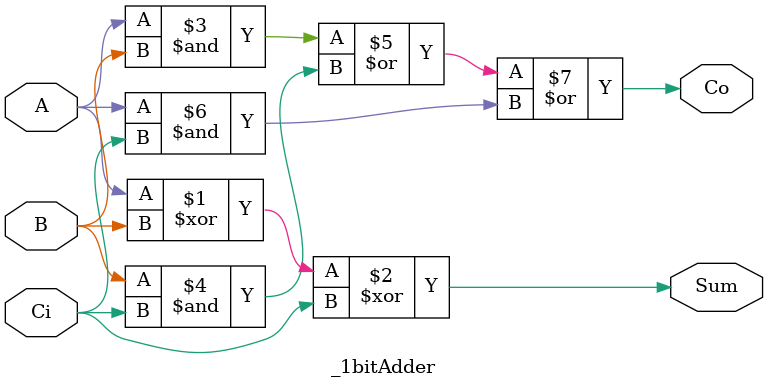
<source format=v>
module test2 (A, B, Cin, Sum, Cout);
input [3:0] A, B;
input Cin; 
output [3:0] Sum;
output Cout;
wire Cout;
wire [4:0] temp;
wire [4:0] Sum;
assign temp[0] = Cin;
_1bitAdder u0 (A[0], B[0], temp[0], Sum[0], temp[1]);
_1bitAdder u1 (A[1], B[1], temp[1], Sum[1], temp[2]);
_1bitAdder u2 (A[2], B[2], temp[2], Sum[2], temp[3]);
_1bitAdder u3 (A[3], B[3], temp[3], Sum[3], temp[4]);
assign Cout = temp[4];
endmodule

module _1bitAdder (A, B, Ci, Sum, Co);  //此模块正确
input A, B, Ci;
output Sum, Co;
assign Sum = A^B^Ci;
assign Co = (A&B) | (B&Ci) | (A&Ci);
endmodule

</source>
